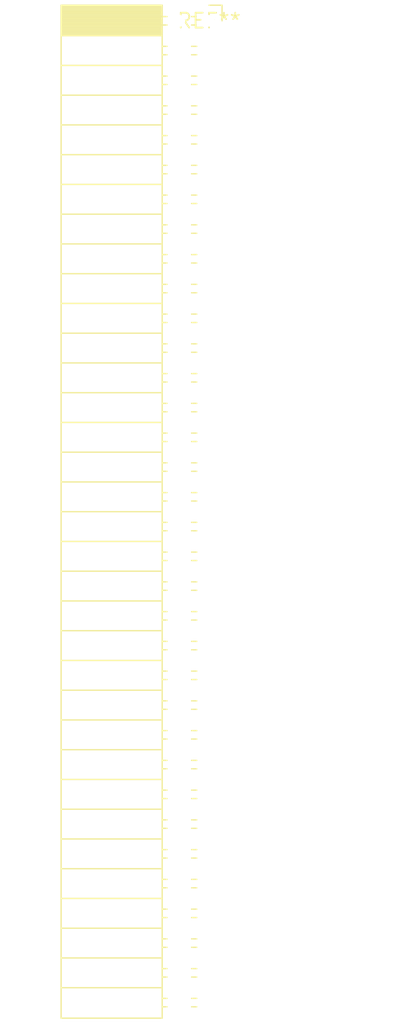
<source format=kicad_pcb>
(kicad_pcb (version 20240108) (generator pcbnew)
  (layers (0 "F.Cu" signal) (31 "B.Cu" signal) (34 "B.Paste" user) (35 "F.Paste" user) (36 "B.SilkS" user "B.Silkscreen") (37 "F.SilkS" user "F.Silkscreen") (38 "B.Mask" user) (39 "F.Mask" user) (44 "Edge.Cuts" user))
  (net 0 "")
  (footprint "PinSocket_2x34_P2.54mm_Horizontal" (layer "F.Cu") (at 0 0)
    (property "Reference" "REF**")
    (property "Value" "PinSocket_2x34_P2.54mm_Horizontal")
    (fp_line (start -12.63 -1.33) (end -12.63 85.15) (layer "F.SilkS") (stroke (width 0.12)))
    (fp_line (start -12.63 -1.33) (end -4 -1.33) (layer "F.SilkS") (stroke (width 0.12)))
    (fp_line (start -12.63 -1.21) (end -4 -1.21) (layer "F.SilkS") (stroke (width 0.12)))
    (fp_line (start -12.63 -1.091905) (end -4 -1.091905) (layer "F.SilkS") (stroke (width 0.12)))
    (fp_line (start -12.63 -0.97381) (end -4 -0.97381) (layer "F.SilkS") (stroke (width 0.12)))
    (fp_line (start -12.63 -0.855715) (end -4 -0.855715) (layer "F.SilkS") (stroke (width 0.12)))
    (fp_line (start -12.63 -0.73762) (end -4 -0.73762) (layer "F.SilkS") (stroke (width 0.12)))
    (fp_line (start -12.63 -0.619525) (end -4 -0.619525) (layer "F.SilkS") (stroke (width 0.12)))
    (fp_line (start -12.63 -0.50143) (end -4 -0.50143) (layer "F.SilkS") (stroke (width 0.12)))
    (fp_line (start -12.63 -0.383335) (end -4 -0.383335) (layer "F.SilkS") (stroke (width 0.12)))
    (fp_line (start -12.63 -0.26524) (end -4 -0.26524) (layer "F.SilkS") (stroke (width 0.12)))
    (fp_line (start -12.63 -0.147145) (end -4 -0.147145) (layer "F.SilkS") (stroke (width 0.12)))
    (fp_line (start -12.63 -0.02905) (end -4 -0.02905) (layer "F.SilkS") (stroke (width 0.12)))
    (fp_line (start -12.63 0.089045) (end -4 0.089045) (layer "F.SilkS") (stroke (width 0.12)))
    (fp_line (start -12.63 0.20714) (end -4 0.20714) (layer "F.SilkS") (stroke (width 0.12)))
    (fp_line (start -12.63 0.325235) (end -4 0.325235) (layer "F.SilkS") (stroke (width 0.12)))
    (fp_line (start -12.63 0.44333) (end -4 0.44333) (layer "F.SilkS") (stroke (width 0.12)))
    (fp_line (start -12.63 0.561425) (end -4 0.561425) (layer "F.SilkS") (stroke (width 0.12)))
    (fp_line (start -12.63 0.67952) (end -4 0.67952) (layer "F.SilkS") (stroke (width 0.12)))
    (fp_line (start -12.63 0.797615) (end -4 0.797615) (layer "F.SilkS") (stroke (width 0.12)))
    (fp_line (start -12.63 0.91571) (end -4 0.91571) (layer "F.SilkS") (stroke (width 0.12)))
    (fp_line (start -12.63 1.033805) (end -4 1.033805) (layer "F.SilkS") (stroke (width 0.12)))
    (fp_line (start -12.63 1.1519) (end -4 1.1519) (layer "F.SilkS") (stroke (width 0.12)))
    (fp_line (start -12.63 1.27) (end -4 1.27) (layer "F.SilkS") (stroke (width 0.12)))
    (fp_line (start -12.63 3.81) (end -4 3.81) (layer "F.SilkS") (stroke (width 0.12)))
    (fp_line (start -12.63 6.35) (end -4 6.35) (layer "F.SilkS") (stroke (width 0.12)))
    (fp_line (start -12.63 8.89) (end -4 8.89) (layer "F.SilkS") (stroke (width 0.12)))
    (fp_line (start -12.63 11.43) (end -4 11.43) (layer "F.SilkS") (stroke (width 0.12)))
    (fp_line (start -12.63 13.97) (end -4 13.97) (layer "F.SilkS") (stroke (width 0.12)))
    (fp_line (start -12.63 16.51) (end -4 16.51) (layer "F.SilkS") (stroke (width 0.12)))
    (fp_line (start -12.63 19.05) (end -4 19.05) (layer "F.SilkS") (stroke (width 0.12)))
    (fp_line (start -12.63 21.59) (end -4 21.59) (layer "F.SilkS") (stroke (width 0.12)))
    (fp_line (start -12.63 24.13) (end -4 24.13) (layer "F.SilkS") (stroke (width 0.12)))
    (fp_line (start -12.63 26.67) (end -4 26.67) (layer "F.SilkS") (stroke (width 0.12)))
    (fp_line (start -12.63 29.21) (end -4 29.21) (layer "F.SilkS") (stroke (width 0.12)))
    (fp_line (start -12.63 31.75) (end -4 31.75) (layer "F.SilkS") (stroke (width 0.12)))
    (fp_line (start -12.63 34.29) (end -4 34.29) (layer "F.SilkS") (stroke (width 0.12)))
    (fp_line (start -12.63 36.83) (end -4 36.83) (layer "F.SilkS") (stroke (width 0.12)))
    (fp_line (start -12.63 39.37) (end -4 39.37) (layer "F.SilkS") (stroke (width 0.12)))
    (fp_line (start -12.63 41.91) (end -4 41.91) (layer "F.SilkS") (stroke (width 0.12)))
    (fp_line (start -12.63 44.45) (end -4 44.45) (layer "F.SilkS") (stroke (width 0.12)))
    (fp_line (start -12.63 46.99) (end -4 46.99) (layer "F.SilkS") (stroke (width 0.12)))
    (fp_line (start -12.63 49.53) (end -4 49.53) (layer "F.SilkS") (stroke (width 0.12)))
    (fp_line (start -12.63 52.07) (end -4 52.07) (layer "F.SilkS") (stroke (width 0.12)))
    (fp_line (start -12.63 54.61) (end -4 54.61) (layer "F.SilkS") (stroke (width 0.12)))
    (fp_line (start -12.63 57.15) (end -4 57.15) (layer "F.SilkS") (stroke (width 0.12)))
    (fp_line (start -12.63 59.69) (end -4 59.69) (layer "F.SilkS") (stroke (width 0.12)))
    (fp_line (start -12.63 62.23) (end -4 62.23) (layer "F.SilkS") (stroke (width 0.12)))
    (fp_line (start -12.63 64.77) (end -4 64.77) (layer "F.SilkS") (stroke (width 0.12)))
    (fp_line (start -12.63 67.31) (end -4 67.31) (layer "F.SilkS") (stroke (width 0.12)))
    (fp_line (start -12.63 69.85) (end -4 69.85) (layer "F.SilkS") (stroke (width 0.12)))
    (fp_line (start -12.63 72.39) (end -4 72.39) (layer "F.SilkS") (stroke (width 0.12)))
    (fp_line (start -12.63 74.93) (end -4 74.93) (layer "F.SilkS") (stroke (width 0.12)))
    (fp_line (start -12.63 77.47) (end -4 77.47) (layer "F.SilkS") (stroke (width 0.12)))
    (fp_line (start -12.63 80.01) (end -4 80.01) (layer "F.SilkS") (stroke (width 0.12)))
    (fp_line (start -12.63 82.55) (end -4 82.55) (layer "F.SilkS") (stroke (width 0.12)))
    (fp_line (start -12.63 85.15) (end -4 85.15) (layer "F.SilkS") (stroke (width 0.12)))
    (fp_line (start -4 -1.33) (end -4 85.15) (layer "F.SilkS") (stroke (width 0.12)))
    (fp_line (start -4 -0.36) (end -3.59 -0.36) (layer "F.SilkS") (stroke (width 0.12)))
    (fp_line (start -4 0.36) (end -3.59 0.36) (layer "F.SilkS") (stroke (width 0.12)))
    (fp_line (start -4 2.18) (end -3.59 2.18) (layer "F.SilkS") (stroke (width 0.12)))
    (fp_line (start -4 2.9) (end -3.59 2.9) (layer "F.SilkS") (stroke (width 0.12)))
    (fp_line (start -4 4.72) (end -3.59 4.72) (layer "F.SilkS") (stroke (width 0.12)))
    (fp_line (start -4 5.44) (end -3.59 5.44) (layer "F.SilkS") (stroke (width 0.12)))
    (fp_line (start -4 7.26) (end -3.59 7.26) (layer "F.SilkS") (stroke (width 0.12)))
    (fp_line (start -4 7.98) (end -3.59 7.98) (layer "F.SilkS") (stroke (width 0.12)))
    (fp_line (start -4 9.8) (end -3.59 9.8) (layer "F.SilkS") (stroke (width 0.12)))
    (fp_line (start -4 10.52) (end -3.59 10.52) (layer "F.SilkS") (stroke (width 0.12)))
    (fp_line (start -4 12.34) (end -3.59 12.34) (layer "F.SilkS") (stroke (width 0.12)))
    (fp_line (start -4 13.06) (end -3.59 13.06) (layer "F.SilkS") (stroke (width 0.12)))
    (fp_line (start -4 14.88) (end -3.59 14.88) (layer "F.SilkS") (stroke (width 0.12)))
    (fp_line (start -4 15.6) (end -3.59 15.6) (layer "F.SilkS") (stroke (width 0.12)))
    (fp_line (start -4 17.42) (end -3.59 17.42) (layer "F.SilkS") (stroke (width 0.12)))
    (fp_line (start -4 18.14) (end -3.59 18.14) (layer "F.SilkS") (stroke (width 0.12)))
    (fp_line (start -4 19.96) (end -3.59 19.96) (layer "F.SilkS") (stroke (width 0.12)))
    (fp_line (start -4 20.68) (end -3.59 20.68) (layer "F.SilkS") (stroke (width 0.12)))
    (fp_line (start -4 22.5) (end -3.59 22.5) (layer "F.SilkS") (stroke (width 0.12)))
    (fp_line (start -4 23.22) (end -3.59 23.22) (layer "F.SilkS") (stroke (width 0.12)))
    (fp_line (start -4 25.04) (end -3.59 25.04) (layer "F.SilkS") (stroke (width 0.12)))
    (fp_line (start -4 25.76) (end -3.59 25.76) (layer "F.SilkS") (stroke (width 0.12)))
    (fp_line (start -4 27.58) (end -3.59 27.58) (layer "F.SilkS") (stroke (width 0.12)))
    (fp_line (start -4 28.3) (end -3.59 28.3) (layer "F.SilkS") (stroke (width 0.12)))
    (fp_line (start -4 30.12) (end -3.59 30.12) (layer "F.SilkS") (stroke (width 0.12)))
    (fp_line (start -4 30.84) (end -3.59 30.84) (layer "F.SilkS") (stroke (width 0.12)))
    (fp_line (start -4 32.66) (end -3.59 32.66) (layer "F.SilkS") (stroke (width 0.12)))
    (fp_line (start -4 33.38) (end -3.59 33.38) (layer "F.SilkS") (stroke (width 0.12)))
    (fp_line (start -4 35.2) (end -3.59 35.2) (layer "F.SilkS") (stroke (width 0.12)))
    (fp_line (start -4 35.92) (end -3.59 35.92) (layer "F.SilkS") (stroke (width 0.12)))
    (fp_line (start -4 37.74) (end -3.59 37.74) (layer "F.SilkS") (stroke (width 0.12)))
    (fp_line (start -4 38.46) (end -3.59 38.46) (layer "F.SilkS") (stroke (width 0.12)))
    (fp_line (start -4 40.28) (end -3.59 40.28) (layer "F.SilkS") (stroke (width 0.12)))
    (fp_line (start -4 41) (end -3.59 41) (layer "F.SilkS") (stroke (width 0.12)))
    (fp_line (start -4 42.82) (end -3.59 42.82) (layer "F.SilkS") (stroke (width 0.12)))
    (fp_line (start -4 43.54) (end -3.59 43.54) (layer "F.SilkS") (stroke (width 0.12)))
    (fp_line (start -4 45.36) (end -3.59 45.36) (layer "F.SilkS") (stroke (width 0.12)))
    (fp_line (start -4 46.08) (end -3.59 46.08) (layer "F.SilkS") (stroke (width 0.12)))
    (fp_line (start -4 47.9) (end -3.59 47.9) (layer "F.SilkS") (stroke (width 0.12)))
    (fp_line (start -4 48.62) (end -3.59 48.62) (layer "F.SilkS") (stroke (width 0.12)))
    (fp_line (start -4 50.44) (end -3.59 50.44) (layer "F.SilkS") (stroke (width 0.12)))
    (fp_line (start -4 51.16) (end -3.59 51.16) (layer "F.SilkS") (stroke (width 0.12)))
    (fp_line (start -4 52.98) (end -3.59 52.98) (layer "F.SilkS") (stroke (width 0.12)))
    (fp_line (start -4 53.7) (end -3.59 53.7) (layer "F.SilkS") (stroke (width 0.12)))
    (fp_line (start -4 55.52) (end -3.59 55.52) (layer "F.SilkS") (stroke (width 0.12)))
    (fp_line (start -4 56.24) (end -3.59 56.24) (layer "F.SilkS") (stroke (width 0.12)))
    (fp_line (start -4 58.06) (end -3.59 58.06) (layer "F.SilkS") (stroke (width 0.12)))
    (fp_line (start -4 58.78) (end -3.59 58.78) (layer "F.SilkS") (stroke (width 0.12)))
    (fp_line (start -4 60.6) (end -3.59 60.6) (layer "F.SilkS") (stroke (width 0.12)))
    (fp_line (start -4 61.32) (end -3.59 61.32) (layer "F.SilkS") (stroke (width 0.12)))
    (fp_line (start -4 63.14) (end -3.59 63.14) (layer "F.SilkS") (stroke (width 0.12)))
    (fp_line (start -4 63.86) (end -3.59 63.86) (layer "F.SilkS") (stroke (width 0.12)))
    (fp_line (start -4 65.68) (end -3.59 65.68) (layer "F.SilkS") (stroke (width 0.12)))
    (fp_line (start -4 66.4) (end -3.59 66.4) (layer "F.SilkS") (stroke (width 0.12)))
    (fp_line (start -4 68.22) (end -3.59 68.22) (layer "F.SilkS") (stroke (width 0.12)))
    (fp_line (start -4 68.94) (end -3.59 68.94) (layer "F.SilkS") (stroke (width 0.12)))
    (fp_line (start -4 70.76) (end -3.59 70.76) (layer "F.SilkS") (stroke (width 0.12)))
    (fp_line (start -4 71.48) (end -3.59 71.48) (layer "F.SilkS") (stroke (width 0.12)))
    (fp_line (start -4 73.3) (end -3.59 73.3) (layer "F.SilkS") (stroke (width 0.12)))
    (fp_line (start -4 74.02) (end -3.59 74.02) (layer "F.SilkS") (stroke (width 0.12)))
    (fp_line (start -4 75.84) (end -3.59 75.84) (layer "F.SilkS") (stroke (width 0.12)))
    (fp_line (start -4 76.56) (end -3.59 76.56) (layer "F.SilkS") (stroke (width 0.12)))
    (fp_line (start -4 78.38) (end -3.59 78.38) (layer "F.SilkS") (stroke (width 0.12)))
    (fp_line (start -4 79.1) (end -3.59 79.1) (layer "F.SilkS") (stroke (width 0.12)))
    (fp_line (start -4 80.92) (end -3.59 80.92) (layer "F.SilkS") (stroke (width 0.12)))
    (fp_line (start -4 81.64) (end -3.59 81.64) (layer "F.SilkS") (stroke (width 0.12)))
    (fp_line (start -4 83.46) (end -3.59 83.46) (layer "F.SilkS") (stroke (width 0.12)))
    (fp_line (start -4 84.18) (end -3.59 84.18) (layer "F.SilkS") (stroke (width 0.12)))
    (fp_line (start -1.49 -0.36) (end -1.11 -0.36) (layer "F.SilkS") (stroke (width 0.12)))
    (fp_line (start -1.49 0.36) (end -1.11 0.36) (layer "F.SilkS") (stroke (width 0.12)))
    (fp_line (start -1.49 2.18) (end -1.05 2.18) (layer "F.SilkS") (stroke (width 0.12)))
    (fp_line (start -1.49 2.9) (end -1.05 2.9) (layer "F.SilkS") (stroke (width 0.12)))
    (fp_line (start -1.49 4.72) (end -1.05 4.72) (layer "F.SilkS") (stroke (width 0.12)))
    (fp_line (start -1.49 5.44) (end -1.05 5.44) (layer "F.SilkS") (stroke (width 0.12)))
    (fp_line (start -1.49 7.26) (end -1.05 7.26) (layer "F.SilkS") (stroke (width 0.12)))
    (fp_line (start -1.49 7.98) (end -1.05 7.98) (layer "F.SilkS") (stroke (width 0.12)))
    (fp_line (start -1.49 9.8) (end -1.05 9.8) (layer "F.SilkS") (stroke (width 0.12)))
    (fp_line (start -1.49 10.52) (end -1.05 10.52) (layer "F.SilkS") (stroke (width 0.12)))
    (fp_line (start -1.49 12.34) (end -1.05 12.34) (layer "F.SilkS") (stroke (width 0.12)))
    (fp_line (start -1.49 13.06) (end -1.05 13.06) (layer "F.SilkS") (stroke (width 0.12)))
    (fp_line (start -1.49 14.88) (end -1.05 14.88) (layer "F.SilkS") (stroke (width 0.12)))
    (fp_line (start -1.49 15.6) (end -1.05 15.6) (layer "F.SilkS") (stroke (width 0.12)))
    (fp_line (start -1.49 17.42) (end -1.05 17.42) (layer "F.SilkS") (stroke (width 0.12)))
    (fp_line (start -1.49 18.14) (end -1.05 18.14) (layer "F.SilkS") (stroke (width 0.12)))
    (fp_line (start -1.49 19.96) (end -1.05 19.96) (layer "F.SilkS") (stroke (width 0.12)))
    (fp_line (start -1.49 20.68) (end -1.05 20.68) (layer "F.SilkS") (stroke (width 0.12)))
    (fp_line (start -1.49 22.5) (end -1.05 22.5) (layer "F.SilkS") (stroke (width 0.12)))
    (fp_line (start -1.49 23.22) (end -1.05 23.22) (layer "F.SilkS") (stroke (width 0.12)))
    (fp_line (start -1.49 25.04) (end -1.05 25.04) (layer "F.SilkS") (stroke (width 0.12)))
    (fp_line (start -1.49 25.76) (end -1.05 25.76) (layer "F.SilkS") (stroke (width 0.12)))
    (fp_line (start -1.49 27.58) (end -1.05 27.58) (layer "F.SilkS") (stroke (width 0.12)))
    (fp_line (start -1.49 28.3) (end -1.05 28.3) (layer "F.SilkS") (stroke (width 0.12)))
    (fp_line (start -1.49 30.12) (end -1.05 30.12) (layer "F.SilkS") (stroke (width 0.12)))
    (fp_line (start -1.49 30.84) (end -1.05 30.84) (layer "F.SilkS") (stroke (width 0.12)))
    (fp_line (start -1.49 32.66) (end -1.05 32.66) (layer "F.SilkS") (stroke (width 0.12)))
    (fp_line (start -1.49 33.38) (end -1.05 33.38) (layer "F.SilkS") (stroke (width 0.12)))
    (fp_line (start -1.49 35.2) (end -1.05 35.2) (layer "F.SilkS") (stroke (width 0.12)))
    (fp_line (start -1.49 35.92) (end -1.05 35.92) (layer "F.SilkS") (stroke (width 0.12)))
    (fp_line (start -1.49 37.74) (end -1.05 37.74) (layer "F.SilkS") (stroke (width 0.12)))
    (fp_line (start -1.49 38.46) (end -1.05 38.46) (layer "F.SilkS") (stroke (width 0.12)))
    (fp_line (start -1.49 40.28) (end -1.05 40.28) (layer "F.SilkS") (stroke (width 0.12)))
    (fp_line (start -1.49 41) (end -1.05 41) (layer "F.SilkS") (stroke (width 0.12)))
    (fp_line (start -1.49 42.82) (end -1.05 42.82) (layer "F.SilkS") (stroke (width 0.12)))
    (fp_line (start -1.49 43.54) (end -1.05 43.54) (layer "F.SilkS") (stroke (width 0.12)))
    (fp_line (start -1.49 45.36) (end -1.05 45.36) (layer "F.SilkS") (stroke (width 0.12)))
    (fp_line (start -1.49 46.08) (end -1.05 46.08) (layer "F.SilkS") (stroke (width 0.12)))
    (fp_line (start -1.49 47.9) (end -1.05 47.9) (layer "F.SilkS") (stroke (width 0.12)))
    (fp_line (start -1.49 48.62) (end -1.05 48.62) (layer "F.SilkS") (stroke (width 0.12)))
    (fp_line (start -1.49 50.44) (end -1.05 50.44) (layer "F.SilkS") (stroke (width 0.12)))
    (fp_line (start -1.49 51.16) (end -1.05 51.16) (layer "F.SilkS") (stroke (width 0.12)))
    (fp_line (start -1.49 52.98) (end -1.05 52.98) (layer "F.SilkS") (stroke (width 0.12)))
    (fp_line (start -1.49 53.7) (end -1.05 53.7) (layer "F.SilkS") (stroke (width 0.12)))
    (fp_line (start -1.49 55.52) (end -1.05 55.52) (layer "F.SilkS") (stroke (width 0.12)))
    (fp_line (start -1.49 56.24) (end -1.05 56.24) (layer "F.SilkS") (stroke (width 0.12)))
    (fp_line (start -1.49 58.06) (end -1.05 58.06) (layer "F.SilkS") (stroke (width 0.12)))
    (fp_line (start -1.49 58.78) (end -1.05 58.78) (layer "F.SilkS") (stroke (width 0.12)))
    (fp_line (start -1.49 60.6) (end -1.05 60.6) (layer "F.SilkS") (stroke (width 0.12)))
    (fp_line (start -1.49 61.32) (end -1.05 61.32) (layer "F.SilkS") (stroke (width 0.12)))
    (fp_line (start -1.49 63.14) (end -1.05 63.14) (layer "F.SilkS") (stroke (width 0.12)))
    (fp_line (start -1.49 63.86) (end -1.05 63.86) (layer "F.SilkS") (stroke (width 0.12)))
    (fp_line (start -1.49 65.68) (end -1.05 65.68) (layer "F.SilkS") (stroke (width 0.12)))
    (fp_line (start -1.49 66.4) (end -1.05 66.4) (layer "F.SilkS") (stroke (width 0.12)))
    (fp_line (start -1.49 68.22) (end -1.05 68.22) (layer "F.SilkS") (stroke (width 0.12)))
    (fp_line (start -1.49 68.94) (end -1.05 68.94) (layer "F.SilkS") (stroke (width 0.12)))
    (fp_line (start -1.49 70.76) (end -1.05 70.76) (layer "F.SilkS") (stroke (width 0.12)))
    (fp_line (start -1.49 71.48) (end -1.05 71.48) (layer "F.SilkS") (stroke (width 0.12)))
    (fp_line (start -1.49 73.3) (end -1.05 73.3) (layer "F.SilkS") (stroke (width 0.12)))
    (fp_line (start -1.49 74.02) (end -1.05 74.02) (layer "F.SilkS") (stroke (width 0.12)))
    (fp_line (start -1.49 75.84) (end -1.05 75.84) (layer "F.SilkS") (stroke (width 0.12)))
    (fp_line (start -1.49 76.56) (end -1.05 76.56) (layer "F.SilkS") (stroke (width 0.12)))
    (fp_line (start -1.49 78.38) (end -1.05 78.38) (layer "F.SilkS") (stroke (width 0.12)))
    (fp_line (start -1.49 79.1) (end -1.05 79.1) (layer "F.SilkS") (stroke (width 0.12)))
    (fp_line (start -1.49 80.92) (end -1.05 80.92) (layer "F.SilkS") (stroke (width 0.12)))
    (fp_line (start -1.49 81.64) (end -1.05 81.64) (layer "F.SilkS") (stroke (width 0.12)))
    (fp_line (start -1.49 83.46) (end -1.05 83.46) (layer "F.SilkS") (stroke (width 0.12)))
    (fp_line (start -1.49 84.18) (end -1.05 84.18) (layer "F.SilkS") (stroke (width 0.12)))
    (fp_line (start 0 -1.33) (end 1.11 -1.33) (layer "F.SilkS") (stroke (width 0.12)))
    (fp_line (start 1.11 -1.33) (end 1.11 0) (layer "F.SilkS") (stroke (width 0.12)))
    (pad "1" thru_hole rect (at 0 0) (size 1.7 1.7) (drill 1) (layers *.Cu *.Mask) (remove_unused_layers))
    (pad "2" thru_hole oval (at -2.54 0) (size 1.7 1.7) (drill 1) (layers *.Cu *.Mask) (remove_unused_layers))
    (pad "3" thru_hole oval (at 0 2.54) (size 1.7 1.7) (drill 1) (layers *.Cu *.Mask) (remove_unused_layers))
    (pad "4" thru_hole oval (at -2.54 2.54) (size 1.7 1.7) (drill 1) (layers *.Cu *.Mask) (remove_unused_layers))
    (pad "5" thru_hole oval (at 0 5.08) (size 1.7 1.7) (drill 1) (layers *.Cu *.Mask) (remove_unused_layers))
    (pad "6" thru_hole oval (at -2.54 5.08) (size 1.7 1.7) (drill 1) (layers *.Cu *.Mask) (remove_unused_layers))
    (pad "7" thru_hole oval (at 0 7.62) (size 1.7 1.7) (drill 1) (layers *.Cu *.Mask) (remove_unused_layers))
    (pad "8" thru_hole oval (at -2.54 7.62) (size 1.7 1.7) (drill 1) (layers *.Cu *.Mask) (remove_unused_layers))
    (pad "9" thru_hole oval (at 0 10.16) (size 1.7 1.7) (drill 1) (layers *.Cu *.Mask) (remove_unused_layers))
    (pad "10" thru_hole oval (at -2.54 10.16) (size 1.7 1.7) (drill 1) (layers *.Cu *.Mask) (remove_unused_layers))
    (pad "11" thru_hole oval (at 0 12.7) (size 1.7 1.7) (drill 1) (layers *.Cu *.Mask) (remove_unused_layers))
    (pad "12" thru_hole oval (at -2.54 12.7) (size 1.7 1.7) (drill 1) (layers *.Cu *.Mask) (remove_unused_layers))
    (pad "13" thru_hole oval (at 0 15.24) (size 1.7 1.7) (drill 1) (layers *.Cu *.Mask) (remove_unused_layers))
    (pad "14" thru_hole oval (at -2.54 15.24) (size 1.7 1.7) (drill 1) (layers *.Cu *.Mask) (remove_unused_layers))
    (pad "15" thru_hole oval (at 0 17.78) (size 1.7 1.7) (drill 1) (layers *.Cu *.Mask) (remove_unused_layers))
    (pad "16" thru_hole oval (at -2.54 17.78) (size 1.7 1.7) (drill 1) (layers *.Cu *.Mask) (remove_unused_layers))
    (pad "17" thru_hole oval (at 0 20.32) (size 1.7 1.7) (drill 1) (layers *.Cu *.Mask) (remove_unused_layers))
    (pad "18" thru_hole oval (at -2.54 20.32) (size 1.7 1.7) (drill 1) (layers *.Cu *.Mask) (remove_unused_layers))
    (pad "19" thru_hole oval (at 0 22.86) (size 1.7 1.7) (drill 1) (layers *.Cu *.Mask) (remove_unused_layers))
    (pad "20" thru_hole oval (at -2.54 22.86) (size 1.7 1.7) (drill 1) (layers *.Cu *.Mask) (remove_unused_layers))
    (pad "21" thru_hole oval (at 0 25.4) (size 1.7 1.7) (drill 1) (layers *.Cu *.Mask) (remove_unused_layers))
    (pad "22" thru_hole oval (at -2.54 25.4) (size 1.7 1.7) (drill 1) (layers *.Cu *.Mask) (remove_unused_layers))
    (pad "23" thru_hole oval (at 0 27.94) (size 1.7 1.7) (drill 1) (layers *.Cu *.Mask) (remove_unused_layers))
    (pad "24" thru_hole oval (at -2.54 27.94) (size 1.7 1.7) (drill 1) (layers *.Cu *.Mask) (remove_unused_layers))
    (pad "25" thru_hole oval (at 0 30.48) (size 1.7 1.7) (drill 1) (layers *.Cu *.Mask) (remove_unused_layers))
    (pad "26" thru_hole oval (at -2.54 30.48) (size 1.7 1.7) (drill 1) (layers *.Cu *.Mask) (remove_unused_layers))
    (pad "27" thru_hole oval (at 0 33.02) (size 1.7 1.7) (drill 1) (layers *.Cu *.Mask) (remove_unused_layers))
    (pad "28" thru_hole oval (at -2.54 33.02) (size 1.7 1.7) (drill 1) (layers *.Cu *.Mask) (remove_unused_layers))
    (pad "29" thru_hole oval (at 0 35.56) (size 1.7 1.7) (drill 1) (layers *.Cu *.Mask) (remove_unused_layers))
    (pad "30" thru_hole oval (at -2.54 35.56) (size 1.7 1.7) (drill 1) (layers *.Cu *.Mask) (remove_unused_layers))
    (pad "31" thru_hole oval (at 0 38.1) (size 1.7 1.7) (drill 1) (layers *.Cu *.Mask) (remove_unused_layers))
    (pad "32" thru_hole oval (at -2.54 38.1) (size 1.7 1.7) (drill 1) (layers *.Cu *.Mask) (remove_unused_layers))
    (pad "33" thru_hole oval (at 0 40.64) (size 1.7 1.7) (drill 1) (layers *.Cu *.Mask) (remove_unused_layers))
    (pad "34" thru_hole oval (at -2.54 40.64) (size 1.7 1.7) (drill 1) (layers *.Cu *.Mask) (remove_unused_layers))
    (pad "35" thru_hole oval (at 0 43.18) (size 1.7 1.7) (drill 1) (layers *.Cu *.Mask) (remove_unused_layers))
    (pad "36" thru_hole oval (at -2.54 43.18) (size 1.7 1.7) (drill 1) (layers *.Cu *.Mask) (remove_unused_layers))
    (pad "37" thru_hole oval (at 0 45.72) (size 1.7 1.7) (drill 1) (layers *.Cu *.Mask) (remove_unused_layers))
    (pad "38" thru_hole oval (at -2.54 45.72) (size 1.7 1.7) (drill 1) (layers *.Cu *.Mask) (remove_unused_layers))
    (pad "39" thru_hole oval (at 0 48.26) (size 1.7 1.7) (drill 1) (layers *.Cu *.Mask) (remove_unused_layers))
    (pad "40" thru_hole oval (at -2.54 48.26) (size 1.7 1.7) (drill 1) (layers *.Cu *.Mask) (remove_unused_layers))
    (pad "41" thru_hole oval (at 0 50.8) (size 1.7 1.7) (drill 1) (layers *.Cu *.Mask) (remove_unused_layers))
    (pad "42" thru_hole oval (at -2.54 50.8) (size 1.7 1.7) (drill 1) (layers *.Cu *.Mask) (remove_unused_layers))
    (pad "43" thru_hole oval (at 0 53.34) (size 1.7 1.7) (drill 1) (layers *.Cu *.Mask) (remove_unused_layers))
    (pad "44" thru_hole oval (at -2.54 53.34) (size 1.7 1.7) (drill 1) (layers *.Cu *.Mask) (remove_unused_layers))
    (pad "45" thru_hole oval (at 0 55.88) (size 1.7 1.7) (drill 1) (layers *.Cu *.Mask) (remove_unused_layers))
    (pad "46" thru_hole oval (at -2.54 55.88) (size 1.7 1.7) (drill 1) (layers *.Cu *.Mask) (remove_unused_layers))
    (pad "47" thru_hole oval (at 0 58.42) (size 1.7 1.7) (drill 1) (layers *.Cu *.Mask) (remove_unused_layers))
    (pad "48" thru_hole oval (at -2.54 58.42) (size 1.7 1.7) (drill 1) (layers *.Cu *.Mask) (remove_unused_layers))
    (pad "49" thru_hole oval (at 0 60.96) (size 1.7 1.7) (drill 1) (layers *.Cu *.Mask) (remove_unused_layers))
    (pad "50" thru_hole oval (at -2.54 60.96) (size 1.7 1.7) (drill 1) (layers *.Cu *.Mask) (remove_unused_layers))
    (pad "51" thru_hole oval (at 0 63.5) (size 1.7 1.7) (drill 1) (layers *.Cu *.Mask) (remove_unused_layers))
    (pad "52" thru_hole oval (at -2.54 63.5) (size 1.7 1.7) (drill 1) (layers *.Cu *.Mask) (remove_unused_layers))
    (pad "53" thru_hole oval (at 0 66.04) (size 1.7 1.7) (drill 1) (layers *.Cu *.Mask) (remove_unused_layers))
    (pad "54" thru_hole oval (at -2.54 66.04) (size 1.7 1.7) (drill 1) (layers *.Cu *.Mask) (remove_unused_layers))
    (pad "55" thru_hole oval (at 0 68.58) (size 1.7 1.7) (drill 1) (layers *.Cu *.Mask) (remove_unused_layers))
    (pad "56" thru_hole oval (at -2.54 68.58) (size 1.7 1.7) (drill 1) (layers *.Cu *.Mask) (remove_unused_layers))
    (pad "57" thru_hole oval (at 0 71.12) (size 1.7 1.7) (drill 1) (layers *.Cu *.Mask) (remove_unused_layers))
    (pad "58" thru_hole oval (at -2.54 71.12) (size 1.7 1.7) (drill 1) (layers *.Cu *.Mask) (remove_unused_layers))
    (pad "59" thru_hole oval (at 0 73.66) (size 1.7 1.7) (drill 1) (layers *.Cu *.Mask) (remove_unused_layers))
    (pad "60" thru_hole oval (at -2.54 73.66) (size 1.7 1.7) (drill 1) (layers *.Cu *.Mask) (remove_unused_layers))
    (pad "61" thru_hole oval (at 0 76.2) (size 1.7 1.7) (drill 1) (layers *.Cu *.Mask) (remove_unused_layers))
    (pad "62" thru_hole oval (at -2.54 76.2) (size 1.7 1.7) (drill 1) (layers *.Cu *.Mask) (remove_unused_layers))
    (pad "63" thru_hole oval (at 0 78.74) (size 1.7 1.7) (drill 1) (layers *.Cu *.Mask) (remove_unused_layers))
    (pad "64" thru_hole oval (at -2.54 78.74) (size 1.7 1.7) (drill 1) (layers *.Cu *.Mask) (remove_unused_layers))
    (pad "65" thru_hole oval (at 0 81.28) (size 1.7 1.7) (drill 1) (layers *.Cu *.Mask) (remove_unused_layers))
    (pad "66" thru_hole oval (at -2.54 81.28) (size 1.7 1.7) (drill 1) (layers *.Cu *.Mask) (remove_unused_layers))
    (pad "67" thru_hole oval (at 0 83.82) (size 1.7 1.7) (drill 1) (layers *.Cu *.Mask) (remove_unused_layers))
    (pad "68" thru_hole oval (at -2.54 83.82) (size 1.7 1.7) (drill 1) (layers *.Cu *.Mask) (remove_unused_layers))
  )
)
</source>
